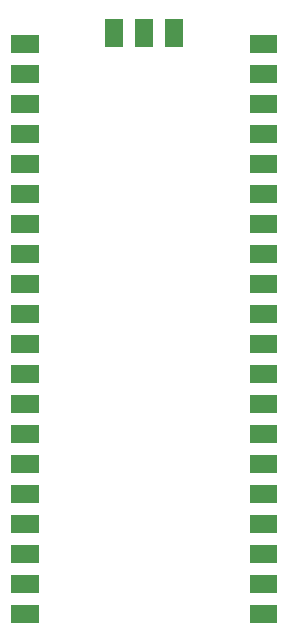
<source format=gbp>
G04 Layer: BottomPasteMaskLayer*
G04 EasyEDA v6.5.29, 2023-07-14 16:03:38*
G04 49c0109143794da29a213c6937cafebe,1e4d668faf9c44eeab1497739a8aa4b2,10*
G04 Gerber Generator version 0.2*
G04 Scale: 100 percent, Rotated: No, Reflected: No *
G04 Dimensions in millimeters *
G04 leading zeros omitted , absolute positions ,4 integer and 5 decimal *
%FSLAX45Y45*%
%MOMM*%

%AMMACRO1*21,1,$1,$2,0,0,$3*%
%ADD10MACRO1,1.6X1.6X90.0000*%
%ADD11MACRO1,1.6X1.6X-90.0000*%
%ADD12MACRO1,1.6X1.6X0.0000*%

%LPD*%
D10*
G01*
X12466474Y7712491D03*
G01*
X12466474Y7631981D03*
D11*
G01*
X11958474Y7631981D03*
G01*
X11958474Y7712491D03*
G01*
X12212474Y7712491D03*
G01*
X12212474Y7631981D03*
D12*
G01*
X13181975Y3003483D03*
G01*
X13181975Y2749483D03*
G01*
X13181975Y7575483D03*
G01*
X13181975Y3257483D03*
G01*
X13181975Y3511483D03*
G01*
X13181975Y3765483D03*
G01*
X13181975Y4019483D03*
G01*
X13181975Y4273483D03*
G01*
X13181975Y4527483D03*
G01*
X13181975Y4781483D03*
G01*
X13181975Y5035483D03*
G01*
X13181975Y5289483D03*
G01*
X13181975Y5543483D03*
G01*
X13181975Y5797483D03*
G01*
X13181975Y6051483D03*
G01*
X13181975Y6305483D03*
G01*
X13181975Y6559483D03*
G01*
X13181975Y6813483D03*
G01*
X13181975Y7067483D03*
G01*
X13181975Y7321483D03*
G01*
X13262485Y3003483D03*
G01*
X13262485Y2749483D03*
G01*
X13262485Y7575483D03*
G01*
X13262485Y3257483D03*
G01*
X13262485Y3511483D03*
G01*
X13262485Y3765483D03*
G01*
X13262485Y4019483D03*
G01*
X13262485Y4273483D03*
G01*
X13262485Y4527483D03*
G01*
X13262485Y4781483D03*
G01*
X13262485Y5035483D03*
G01*
X13262485Y5289483D03*
G01*
X13262485Y5543483D03*
G01*
X13262485Y5797483D03*
G01*
X13262485Y6051483D03*
G01*
X13262485Y6305483D03*
G01*
X13262485Y6559483D03*
G01*
X13262485Y6813483D03*
G01*
X13262485Y7067483D03*
G01*
X13262485Y7321483D03*
G01*
X11242974Y7321483D03*
G01*
X11162464Y7321483D03*
G01*
X11242974Y7067483D03*
G01*
X11162464Y7067483D03*
G01*
X11242974Y6813483D03*
G01*
X11162464Y6813483D03*
G01*
X11242974Y6559483D03*
G01*
X11162464Y6559483D03*
G01*
X11242974Y6305483D03*
G01*
X11162464Y6305483D03*
G01*
X11242974Y6051483D03*
G01*
X11162464Y6051483D03*
G01*
X11242974Y5797483D03*
G01*
X11162464Y5797483D03*
G01*
X11242974Y5543483D03*
G01*
X11162464Y5543483D03*
G01*
X11242974Y5289483D03*
G01*
X11162464Y5289483D03*
G01*
X11242974Y5035483D03*
G01*
X11162464Y5035483D03*
G01*
X11242974Y4781483D03*
G01*
X11162464Y4781483D03*
G01*
X11242974Y4527483D03*
G01*
X11162464Y4527483D03*
G01*
X11242974Y4273483D03*
G01*
X11162464Y4273483D03*
G01*
X11242974Y4019483D03*
G01*
X11162464Y4019483D03*
G01*
X11242974Y3765483D03*
G01*
X11162464Y3765483D03*
G01*
X11242974Y3511483D03*
G01*
X11162464Y3511483D03*
G01*
X11242974Y3257483D03*
G01*
X11162464Y3257483D03*
G01*
X11242974Y7575483D03*
G01*
X11162474Y7575483D03*
G01*
X11242974Y2749483D03*
G01*
X11162464Y2749483D03*
G01*
X11242974Y3003483D03*
G01*
X11162464Y3003483D03*
M02*

</source>
